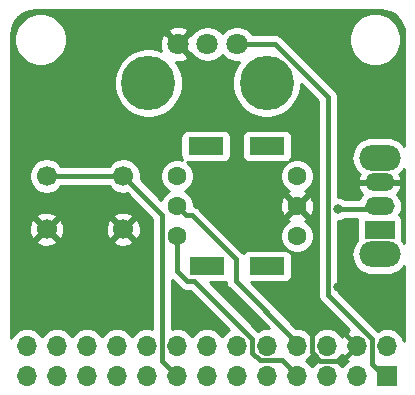
<source format=gbr>
G04 #@! TF.GenerationSoftware,KiCad,Pcbnew,(5.1.4)-1*
G04 #@! TF.CreationDate,2019-12-12T19:52:35+09:00*
G04 #@! TF.ProjectId,microcar_head,6d696372-6f63-4617-925f-686561642e6b,rev?*
G04 #@! TF.SameCoordinates,Original*
G04 #@! TF.FileFunction,Copper,L1,Top*
G04 #@! TF.FilePolarity,Positive*
%FSLAX46Y46*%
G04 Gerber Fmt 4.6, Leading zero omitted, Abs format (unit mm)*
G04 Created by KiCad (PCBNEW (5.1.4)-1) date 2019-12-12 19:52:35*
%MOMM*%
%LPD*%
G04 APERTURE LIST*
%ADD10O,1.700000X1.700000*%
%ADD11R,1.700000X1.700000*%
%ADD12C,1.700000*%
%ADD13C,1.600000*%
%ADD14R,3.000000X1.500000*%
%ADD15C,4.600000*%
%ADD16C,1.800000*%
%ADD17R,2.500000X1.500000*%
%ADD18O,2.500000X1.500000*%
%ADD19O,3.500000X2.200000*%
%ADD20C,0.800000*%
%ADD21C,0.400000*%
%ADD22C,0.254000*%
G04 APERTURE END LIST*
D10*
X20955000Y-49911000D03*
X20955000Y-52451000D03*
X23495000Y-49911000D03*
X23495000Y-52451000D03*
X26035000Y-49911000D03*
X26035000Y-52451000D03*
X28575000Y-49911000D03*
X28575000Y-52451000D03*
X31115000Y-49911000D03*
X31115000Y-52451000D03*
X33655000Y-49911000D03*
X33655000Y-52451000D03*
X36195000Y-49911000D03*
X36195000Y-52451000D03*
X38735000Y-49911000D03*
X38735000Y-52451000D03*
X41275000Y-49911000D03*
X41275000Y-52451000D03*
X43815000Y-49911000D03*
X43815000Y-52451000D03*
X46355000Y-49911000D03*
X46355000Y-52451000D03*
X48895000Y-49911000D03*
X48895000Y-52451000D03*
X51435000Y-49911000D03*
D11*
X51435000Y-52451000D03*
D12*
X22606000Y-35560000D03*
X29106000Y-35560000D03*
X22606000Y-40060000D03*
X29106000Y-40060000D03*
D13*
X33655000Y-38100000D03*
X33655000Y-40640000D03*
X33655000Y-35560000D03*
X43815000Y-35560000D03*
X43815000Y-38100000D03*
X43815000Y-40640000D03*
D14*
X41275000Y-43180000D03*
X36195000Y-43180000D03*
X36085000Y-33020000D03*
X41275000Y-33020000D03*
D15*
X41235000Y-27684000D03*
X31235000Y-27684000D03*
D16*
X38735000Y-24384000D03*
X36235000Y-24384000D03*
X33735000Y-24384000D03*
D17*
X50800000Y-40100000D03*
D18*
X50800000Y-38100000D03*
X50800000Y-36100000D03*
D19*
X50800000Y-42200000D03*
X50800000Y-34000000D03*
D20*
X33528000Y-48006000D03*
X36322000Y-48006000D03*
X45212000Y-48006000D03*
X38735000Y-38100000D03*
X37592000Y-26670000D03*
X50546000Y-48006000D03*
X47244000Y-44958000D03*
X51562000Y-30988000D03*
X36068000Y-30988000D03*
X25908000Y-37846000D03*
X40386000Y-48006000D03*
X34798000Y-26670000D03*
X47244000Y-38354000D03*
D21*
X46990000Y-48006000D02*
X45212000Y-48006000D01*
X48895000Y-49911000D02*
X46990000Y-48006000D01*
X45212000Y-48571685D02*
X45212000Y-48006000D01*
X45065001Y-48718684D02*
X45212000Y-48571685D01*
X45065001Y-50471003D02*
X45065001Y-48718684D01*
X45794997Y-51200999D02*
X45065001Y-50471003D01*
X48895000Y-49911000D02*
X47605001Y-51200999D01*
X47605001Y-51200999D02*
X45794997Y-51200999D01*
X51181000Y-52451000D02*
X51435000Y-52451000D01*
X41931002Y-24384000D02*
X46443999Y-28896997D01*
X38735000Y-24384000D02*
X41931002Y-24384000D01*
X46443999Y-28896997D02*
X46443999Y-45609997D01*
X46443999Y-45609997D02*
X50184999Y-49350997D01*
X50184999Y-49350997D02*
X50184999Y-51454999D01*
X50184999Y-51454999D02*
X51181000Y-52451000D01*
X34454999Y-38899999D02*
X33655000Y-38100000D01*
X34885001Y-38899999D02*
X34454999Y-38899999D01*
X38608000Y-42622998D02*
X34885001Y-38899999D01*
X38608000Y-44450000D02*
X38608000Y-42622998D01*
X43815000Y-49911000D02*
X43815000Y-49657000D01*
X43815000Y-49657000D02*
X38608000Y-44450000D01*
X34480007Y-44435009D02*
X33655000Y-43610002D01*
X42525001Y-51161001D02*
X40674999Y-51161001D01*
X33655000Y-41771370D02*
X33655000Y-40640000D01*
X43815000Y-52451000D02*
X42525001Y-51161001D01*
X40674999Y-51161001D02*
X40024999Y-50511001D01*
X33655000Y-43610002D02*
X33655000Y-41771370D01*
X40024999Y-50511001D02*
X40024999Y-49350997D01*
X40024999Y-49350997D02*
X35109011Y-44435009D01*
X35109011Y-44435009D02*
X34480007Y-44435009D01*
X29106000Y-35560000D02*
X22606000Y-35560000D01*
X32404999Y-51200999D02*
X32404999Y-38858999D01*
X33655000Y-52451000D02*
X32404999Y-51200999D01*
X32404999Y-38858999D02*
X29955999Y-36409999D01*
X29955999Y-36409999D02*
X29106000Y-35560000D01*
X50546000Y-38354000D02*
X50800000Y-38100000D01*
X47244000Y-38354000D02*
X50546000Y-38354000D01*
D22*
G36*
X47699822Y-50792355D02*
G01*
X47894731Y-51008588D01*
X48123756Y-51179416D01*
X48065986Y-51210294D01*
X47839866Y-51395866D01*
X47654294Y-51621986D01*
X47625000Y-51676791D01*
X47595706Y-51621986D01*
X47410134Y-51395866D01*
X47184014Y-51210294D01*
X47129209Y-51181000D01*
X47184014Y-51151706D01*
X47410134Y-50966134D01*
X47595706Y-50740014D01*
X47630201Y-50675477D01*
X47699822Y-50792355D01*
X47699822Y-50792355D01*
G37*
X47699822Y-50792355D02*
X47894731Y-51008588D01*
X48123756Y-51179416D01*
X48065986Y-51210294D01*
X47839866Y-51395866D01*
X47654294Y-51621986D01*
X47625000Y-51676791D01*
X47595706Y-51621986D01*
X47410134Y-51395866D01*
X47184014Y-51210294D01*
X47129209Y-51181000D01*
X47184014Y-51151706D01*
X47410134Y-50966134D01*
X47595706Y-50740014D01*
X47630201Y-50675477D01*
X47699822Y-50792355D01*
G36*
X45114294Y-50740014D02*
G01*
X45299866Y-50966134D01*
X45525986Y-51151706D01*
X45580791Y-51181000D01*
X45525986Y-51210294D01*
X45299866Y-51395866D01*
X45114294Y-51621986D01*
X45085000Y-51676791D01*
X45055706Y-51621986D01*
X44870134Y-51395866D01*
X44644014Y-51210294D01*
X44589209Y-51181000D01*
X44644014Y-51151706D01*
X44870134Y-50966134D01*
X45055706Y-50740014D01*
X45085000Y-50685209D01*
X45114294Y-50740014D01*
X45114294Y-50740014D01*
G37*
X45114294Y-50740014D02*
X45299866Y-50966134D01*
X45525986Y-51151706D01*
X45580791Y-51181000D01*
X45525986Y-51210294D01*
X45299866Y-51395866D01*
X45114294Y-51621986D01*
X45085000Y-51676791D01*
X45055706Y-51621986D01*
X44870134Y-51395866D01*
X44644014Y-51210294D01*
X44589209Y-51181000D01*
X44644014Y-51151706D01*
X44870134Y-50966134D01*
X45055706Y-50740014D01*
X45085000Y-50685209D01*
X45114294Y-50740014D01*
G36*
X49022000Y-49784000D02*
G01*
X49042000Y-49784000D01*
X49042000Y-50038000D01*
X49022000Y-50038000D01*
X49022000Y-50058000D01*
X48768000Y-50058000D01*
X48768000Y-50038000D01*
X48748000Y-50038000D01*
X48748000Y-49784000D01*
X48768000Y-49784000D01*
X48768000Y-49764000D01*
X49022000Y-49764000D01*
X49022000Y-49784000D01*
X49022000Y-49784000D01*
G37*
X49022000Y-49784000D02*
X49042000Y-49784000D01*
X49042000Y-50038000D01*
X49022000Y-50038000D01*
X49022000Y-50058000D01*
X48768000Y-50058000D01*
X48768000Y-50038000D01*
X48748000Y-50038000D01*
X48748000Y-49784000D01*
X48768000Y-49784000D01*
X48768000Y-49764000D01*
X49022000Y-49764000D01*
X49022000Y-49784000D01*
G36*
X48924188Y-39225518D02*
G01*
X48911928Y-39350000D01*
X48911928Y-40850000D01*
X48923008Y-40962496D01*
X48917234Y-40967234D01*
X48700421Y-41231422D01*
X48539314Y-41532832D01*
X48440105Y-41859881D01*
X48406606Y-42200000D01*
X48440105Y-42540119D01*
X48539314Y-42867168D01*
X48700421Y-43168578D01*
X48917234Y-43432766D01*
X49181422Y-43649579D01*
X49482832Y-43810686D01*
X49809881Y-43909895D01*
X50064775Y-43935000D01*
X51535225Y-43935000D01*
X51790119Y-43909895D01*
X52117168Y-43810686D01*
X52418578Y-43649579D01*
X52682766Y-43432766D01*
X52883001Y-43188779D01*
X52883001Y-49568752D01*
X52813599Y-49339966D01*
X52675706Y-49081986D01*
X52490134Y-48855866D01*
X52264014Y-48670294D01*
X52006034Y-48532401D01*
X51726111Y-48447487D01*
X51507950Y-48426000D01*
X51362050Y-48426000D01*
X51143889Y-48447487D01*
X50863966Y-48532401D01*
X50657585Y-48642714D01*
X47278999Y-45264130D01*
X47278999Y-39389000D01*
X47345939Y-39389000D01*
X47545898Y-39349226D01*
X47734256Y-39271205D01*
X47857285Y-39189000D01*
X48935266Y-39189000D01*
X48924188Y-39225518D01*
X48924188Y-39225518D01*
G37*
X48924188Y-39225518D02*
X48911928Y-39350000D01*
X48911928Y-40850000D01*
X48923008Y-40962496D01*
X48917234Y-40967234D01*
X48700421Y-41231422D01*
X48539314Y-41532832D01*
X48440105Y-41859881D01*
X48406606Y-42200000D01*
X48440105Y-42540119D01*
X48539314Y-42867168D01*
X48700421Y-43168578D01*
X48917234Y-43432766D01*
X49181422Y-43649579D01*
X49482832Y-43810686D01*
X49809881Y-43909895D01*
X50064775Y-43935000D01*
X51535225Y-43935000D01*
X51790119Y-43909895D01*
X52117168Y-43810686D01*
X52418578Y-43649579D01*
X52682766Y-43432766D01*
X52883001Y-43188779D01*
X52883001Y-49568752D01*
X52813599Y-49339966D01*
X52675706Y-49081986D01*
X52490134Y-48855866D01*
X52264014Y-48670294D01*
X52006034Y-48532401D01*
X51726111Y-48447487D01*
X51507950Y-48426000D01*
X51362050Y-48426000D01*
X51143889Y-48447487D01*
X50863966Y-48532401D01*
X50657585Y-48642714D01*
X47278999Y-45264130D01*
X47278999Y-39389000D01*
X47345939Y-39389000D01*
X47545898Y-39349226D01*
X47734256Y-39271205D01*
X47857285Y-39189000D01*
X48935266Y-39189000D01*
X48924188Y-39225518D01*
G36*
X51306304Y-21579356D02*
G01*
X51671168Y-21689515D01*
X52007683Y-21868442D01*
X52303031Y-22109323D01*
X52545974Y-22402990D01*
X52727246Y-22738245D01*
X52839949Y-23102328D01*
X52883000Y-23511930D01*
X52883000Y-33011221D01*
X52682766Y-32767234D01*
X52418578Y-32550421D01*
X52117168Y-32389314D01*
X51790119Y-32290105D01*
X51535225Y-32265000D01*
X50064775Y-32265000D01*
X49809881Y-32290105D01*
X49482832Y-32389314D01*
X49181422Y-32550421D01*
X48917234Y-32767234D01*
X48700421Y-33031422D01*
X48539314Y-33332832D01*
X48440105Y-33659881D01*
X48406606Y-34000000D01*
X48440105Y-34340119D01*
X48539314Y-34667168D01*
X48700421Y-34968578D01*
X48917234Y-35232766D01*
X49109023Y-35390163D01*
X49077858Y-35436132D01*
X48971827Y-35687316D01*
X48957682Y-35758815D01*
X49080344Y-35973000D01*
X50673000Y-35973000D01*
X50673000Y-35953000D01*
X50927000Y-35953000D01*
X50927000Y-35973000D01*
X52519656Y-35973000D01*
X52642318Y-35758815D01*
X52628173Y-35687316D01*
X52522142Y-35436132D01*
X52490977Y-35390163D01*
X52682766Y-35232766D01*
X52883000Y-34988779D01*
X52883001Y-41211221D01*
X52682766Y-40967234D01*
X52676992Y-40962496D01*
X52688072Y-40850000D01*
X52688072Y-39350000D01*
X52675812Y-39225518D01*
X52639502Y-39105820D01*
X52580537Y-38995506D01*
X52501185Y-38898815D01*
X52461060Y-38865886D01*
X52585764Y-38632581D01*
X52664960Y-38371507D01*
X52691701Y-38100000D01*
X52664960Y-37828493D01*
X52585764Y-37567419D01*
X52457157Y-37326812D01*
X52284081Y-37115919D01*
X52260591Y-37096642D01*
X52369145Y-36989540D01*
X52522142Y-36763868D01*
X52628173Y-36512684D01*
X52642318Y-36441185D01*
X52519656Y-36227000D01*
X50927000Y-36227000D01*
X50927000Y-36247000D01*
X50673000Y-36247000D01*
X50673000Y-36227000D01*
X49080344Y-36227000D01*
X48957682Y-36441185D01*
X48971827Y-36512684D01*
X49077858Y-36763868D01*
X49230855Y-36989540D01*
X49339409Y-37096642D01*
X49315919Y-37115919D01*
X49142843Y-37326812D01*
X49040116Y-37519000D01*
X47857285Y-37519000D01*
X47734256Y-37436795D01*
X47545898Y-37358774D01*
X47345939Y-37319000D01*
X47278999Y-37319000D01*
X47278999Y-28938015D01*
X47283039Y-28896997D01*
X47266917Y-28733309D01*
X47219171Y-28575910D01*
X47200034Y-28540108D01*
X47141635Y-28430851D01*
X47037290Y-28303706D01*
X47005432Y-28277561D01*
X42550448Y-23822579D01*
X42524293Y-23790709D01*
X42514744Y-23782872D01*
X48184000Y-23782872D01*
X48184000Y-24223128D01*
X48269890Y-24654925D01*
X48438369Y-25061669D01*
X48682962Y-25427729D01*
X48994271Y-25739038D01*
X49360331Y-25983631D01*
X49767075Y-26152110D01*
X50198872Y-26238000D01*
X50639128Y-26238000D01*
X51070925Y-26152110D01*
X51477669Y-25983631D01*
X51843729Y-25739038D01*
X52155038Y-25427729D01*
X52399631Y-25061669D01*
X52568110Y-24654925D01*
X52654000Y-24223128D01*
X52654000Y-23782872D01*
X52568110Y-23351075D01*
X52399631Y-22944331D01*
X52155038Y-22578271D01*
X51843729Y-22266962D01*
X51477669Y-22022369D01*
X51070925Y-21853890D01*
X50639128Y-21768000D01*
X50198872Y-21768000D01*
X49767075Y-21853890D01*
X49360331Y-22022369D01*
X48994271Y-22266962D01*
X48682962Y-22578271D01*
X48438369Y-22944331D01*
X48269890Y-23351075D01*
X48184000Y-23782872D01*
X42514744Y-23782872D01*
X42397148Y-23686364D01*
X42252089Y-23608828D01*
X42094691Y-23561082D01*
X41972021Y-23549000D01*
X41972020Y-23549000D01*
X41931002Y-23544960D01*
X41889984Y-23549000D01*
X40023199Y-23549000D01*
X39927312Y-23405495D01*
X39713505Y-23191688D01*
X39462095Y-23023701D01*
X39182743Y-22907989D01*
X38886184Y-22849000D01*
X38583816Y-22849000D01*
X38287257Y-22907989D01*
X38007905Y-23023701D01*
X37756495Y-23191688D01*
X37542688Y-23405495D01*
X37485000Y-23491831D01*
X37427312Y-23405495D01*
X37213505Y-23191688D01*
X36962095Y-23023701D01*
X36682743Y-22907989D01*
X36386184Y-22849000D01*
X36083816Y-22849000D01*
X35787257Y-22907989D01*
X35507905Y-23023701D01*
X35256495Y-23191688D01*
X35042688Y-23405495D01*
X34947262Y-23548310D01*
X34799080Y-23499525D01*
X33914605Y-24384000D01*
X34799080Y-25268475D01*
X34947262Y-25219690D01*
X35042688Y-25362505D01*
X35256495Y-25576312D01*
X35507905Y-25744299D01*
X35787257Y-25860011D01*
X36083816Y-25919000D01*
X36386184Y-25919000D01*
X36682743Y-25860011D01*
X36962095Y-25744299D01*
X37213505Y-25576312D01*
X37427312Y-25362505D01*
X37485000Y-25276169D01*
X37542688Y-25362505D01*
X37756495Y-25576312D01*
X38007905Y-25744299D01*
X38287257Y-25860011D01*
X38583816Y-25919000D01*
X38884441Y-25919000D01*
X38634037Y-26293756D01*
X38412791Y-26827892D01*
X38300000Y-27394928D01*
X38300000Y-27973072D01*
X38412791Y-28540108D01*
X38634037Y-29074244D01*
X38955237Y-29554953D01*
X39364047Y-29963763D01*
X39844756Y-30284963D01*
X40378892Y-30506209D01*
X40945928Y-30619000D01*
X41524072Y-30619000D01*
X42091108Y-30506209D01*
X42625244Y-30284963D01*
X43105953Y-29963763D01*
X43514763Y-29554953D01*
X43835963Y-29074244D01*
X44057209Y-28540108D01*
X44170000Y-27973072D01*
X44170000Y-27803866D01*
X45608999Y-29242866D01*
X45609000Y-45568968D01*
X45604959Y-45609997D01*
X45621081Y-45773685D01*
X45668827Y-45931083D01*
X45668828Y-45931084D01*
X45746364Y-46076143D01*
X45850709Y-46203288D01*
X45882573Y-46229438D01*
X48239447Y-48586314D01*
X48128080Y-48639359D01*
X47894731Y-48813412D01*
X47699822Y-49029645D01*
X47630201Y-49146523D01*
X47595706Y-49081986D01*
X47410134Y-48855866D01*
X47184014Y-48670294D01*
X46926034Y-48532401D01*
X46646111Y-48447487D01*
X46427950Y-48426000D01*
X46282050Y-48426000D01*
X46063889Y-48447487D01*
X45783966Y-48532401D01*
X45525986Y-48670294D01*
X45299866Y-48855866D01*
X45114294Y-49081986D01*
X45085000Y-49136791D01*
X45055706Y-49081986D01*
X44870134Y-48855866D01*
X44644014Y-48670294D01*
X44386034Y-48532401D01*
X44106111Y-48447487D01*
X43887950Y-48426000D01*
X43764868Y-48426000D01*
X39906939Y-44568072D01*
X42775000Y-44568072D01*
X42899482Y-44555812D01*
X43019180Y-44519502D01*
X43129494Y-44460537D01*
X43226185Y-44381185D01*
X43305537Y-44284494D01*
X43364502Y-44174180D01*
X43400812Y-44054482D01*
X43413072Y-43930000D01*
X43413072Y-42430000D01*
X43400812Y-42305518D01*
X43364502Y-42185820D01*
X43305537Y-42075506D01*
X43226185Y-41978815D01*
X43153662Y-41919297D01*
X43396426Y-42019853D01*
X43673665Y-42075000D01*
X43956335Y-42075000D01*
X44233574Y-42019853D01*
X44494727Y-41911680D01*
X44729759Y-41754637D01*
X44929637Y-41554759D01*
X45086680Y-41319727D01*
X45194853Y-41058574D01*
X45250000Y-40781335D01*
X45250000Y-40498665D01*
X45194853Y-40221426D01*
X45086680Y-39960273D01*
X44929637Y-39725241D01*
X44729759Y-39525363D01*
X44495872Y-39369085D01*
X44556514Y-39336671D01*
X44628097Y-39092702D01*
X43815000Y-38279605D01*
X43001903Y-39092702D01*
X43073486Y-39336671D01*
X43137992Y-39367194D01*
X43135273Y-39368320D01*
X42900241Y-39525363D01*
X42700363Y-39725241D01*
X42543320Y-39960273D01*
X42435147Y-40221426D01*
X42380000Y-40498665D01*
X42380000Y-40781335D01*
X42435147Y-41058574D01*
X42543320Y-41319727D01*
X42700363Y-41554759D01*
X42900241Y-41754637D01*
X43066979Y-41866047D01*
X43019180Y-41840498D01*
X42899482Y-41804188D01*
X42775000Y-41791928D01*
X39775000Y-41791928D01*
X39650518Y-41804188D01*
X39530820Y-41840498D01*
X39420506Y-41899463D01*
X39323815Y-41978815D01*
X39244463Y-42075506D01*
X39242260Y-42079628D01*
X39227439Y-42061568D01*
X39227437Y-42061566D01*
X39201291Y-42029707D01*
X39169432Y-42003561D01*
X35504447Y-38338578D01*
X35478292Y-38306708D01*
X35351147Y-38202363D01*
X35291559Y-38170512D01*
X42374783Y-38170512D01*
X42416213Y-38450130D01*
X42511397Y-38716292D01*
X42578329Y-38841514D01*
X42822298Y-38913097D01*
X43635395Y-38100000D01*
X43994605Y-38100000D01*
X44807702Y-38913097D01*
X45051671Y-38841514D01*
X45172571Y-38586004D01*
X45241300Y-38311816D01*
X45255217Y-38029488D01*
X45213787Y-37749870D01*
X45118603Y-37483708D01*
X45051671Y-37358486D01*
X44807702Y-37286903D01*
X43994605Y-38100000D01*
X43635395Y-38100000D01*
X42822298Y-37286903D01*
X42578329Y-37358486D01*
X42457429Y-37613996D01*
X42388700Y-37888184D01*
X42374783Y-38170512D01*
X35291559Y-38170512D01*
X35206088Y-38124827D01*
X35090000Y-38089612D01*
X35090000Y-37958665D01*
X35034853Y-37681426D01*
X34926680Y-37420273D01*
X34769637Y-37185241D01*
X34569759Y-36985363D01*
X34337241Y-36830000D01*
X34569759Y-36674637D01*
X34769637Y-36474759D01*
X34926680Y-36239727D01*
X35034853Y-35978574D01*
X35090000Y-35701335D01*
X35090000Y-35418665D01*
X35034853Y-35141426D01*
X34926680Y-34880273D01*
X34769637Y-34645241D01*
X34569759Y-34445363D01*
X34501666Y-34399865D01*
X34585000Y-34408072D01*
X37585000Y-34408072D01*
X37709482Y-34395812D01*
X37829180Y-34359502D01*
X37939494Y-34300537D01*
X38036185Y-34221185D01*
X38115537Y-34124494D01*
X38174502Y-34014180D01*
X38210812Y-33894482D01*
X38223072Y-33770000D01*
X38223072Y-32270000D01*
X39136928Y-32270000D01*
X39136928Y-33770000D01*
X39149188Y-33894482D01*
X39185498Y-34014180D01*
X39244463Y-34124494D01*
X39323815Y-34221185D01*
X39420506Y-34300537D01*
X39530820Y-34359502D01*
X39650518Y-34395812D01*
X39775000Y-34408072D01*
X42775000Y-34408072D01*
X42899482Y-34395812D01*
X43019180Y-34359502D01*
X43066979Y-34333953D01*
X42900241Y-34445363D01*
X42700363Y-34645241D01*
X42543320Y-34880273D01*
X42435147Y-35141426D01*
X42380000Y-35418665D01*
X42380000Y-35701335D01*
X42435147Y-35978574D01*
X42543320Y-36239727D01*
X42700363Y-36474759D01*
X42900241Y-36674637D01*
X43134128Y-36830915D01*
X43073486Y-36863329D01*
X43001903Y-37107298D01*
X43815000Y-37920395D01*
X44628097Y-37107298D01*
X44556514Y-36863329D01*
X44492008Y-36832806D01*
X44494727Y-36831680D01*
X44729759Y-36674637D01*
X44929637Y-36474759D01*
X45086680Y-36239727D01*
X45194853Y-35978574D01*
X45250000Y-35701335D01*
X45250000Y-35418665D01*
X45194853Y-35141426D01*
X45086680Y-34880273D01*
X44929637Y-34645241D01*
X44729759Y-34445363D01*
X44494727Y-34288320D01*
X44233574Y-34180147D01*
X43956335Y-34125000D01*
X43673665Y-34125000D01*
X43396426Y-34180147D01*
X43153662Y-34280703D01*
X43226185Y-34221185D01*
X43305537Y-34124494D01*
X43364502Y-34014180D01*
X43400812Y-33894482D01*
X43413072Y-33770000D01*
X43413072Y-32270000D01*
X43400812Y-32145518D01*
X43364502Y-32025820D01*
X43305537Y-31915506D01*
X43226185Y-31818815D01*
X43129494Y-31739463D01*
X43019180Y-31680498D01*
X42899482Y-31644188D01*
X42775000Y-31631928D01*
X39775000Y-31631928D01*
X39650518Y-31644188D01*
X39530820Y-31680498D01*
X39420506Y-31739463D01*
X39323815Y-31818815D01*
X39244463Y-31915506D01*
X39185498Y-32025820D01*
X39149188Y-32145518D01*
X39136928Y-32270000D01*
X38223072Y-32270000D01*
X38210812Y-32145518D01*
X38174502Y-32025820D01*
X38115537Y-31915506D01*
X38036185Y-31818815D01*
X37939494Y-31739463D01*
X37829180Y-31680498D01*
X37709482Y-31644188D01*
X37585000Y-31631928D01*
X34585000Y-31631928D01*
X34460518Y-31644188D01*
X34340820Y-31680498D01*
X34230506Y-31739463D01*
X34133815Y-31818815D01*
X34054463Y-31915506D01*
X33995498Y-32025820D01*
X33959188Y-32145518D01*
X33946928Y-32270000D01*
X33946928Y-33770000D01*
X33959188Y-33894482D01*
X33995498Y-34014180D01*
X34054463Y-34124494D01*
X34113816Y-34196816D01*
X34073574Y-34180147D01*
X33796335Y-34125000D01*
X33513665Y-34125000D01*
X33236426Y-34180147D01*
X32975273Y-34288320D01*
X32740241Y-34445363D01*
X32540363Y-34645241D01*
X32383320Y-34880273D01*
X32275147Y-35141426D01*
X32220000Y-35418665D01*
X32220000Y-35701335D01*
X32275147Y-35978574D01*
X32383320Y-36239727D01*
X32540363Y-36474759D01*
X32740241Y-36674637D01*
X32972759Y-36830000D01*
X32740241Y-36985363D01*
X32540363Y-37185241D01*
X32383320Y-37420273D01*
X32314145Y-37587277D01*
X30575441Y-35848574D01*
X30575437Y-35848569D01*
X30564807Y-35837939D01*
X30591000Y-35706260D01*
X30591000Y-35413740D01*
X30533932Y-35126842D01*
X30421990Y-34856589D01*
X30259475Y-34613368D01*
X30052632Y-34406525D01*
X29809411Y-34244010D01*
X29539158Y-34132068D01*
X29252260Y-34075000D01*
X28959740Y-34075000D01*
X28672842Y-34132068D01*
X28402589Y-34244010D01*
X28159368Y-34406525D01*
X27952525Y-34613368D01*
X27877935Y-34725000D01*
X23834065Y-34725000D01*
X23759475Y-34613368D01*
X23552632Y-34406525D01*
X23309411Y-34244010D01*
X23039158Y-34132068D01*
X22752260Y-34075000D01*
X22459740Y-34075000D01*
X22172842Y-34132068D01*
X21902589Y-34244010D01*
X21659368Y-34406525D01*
X21452525Y-34613368D01*
X21290010Y-34856589D01*
X21178068Y-35126842D01*
X21121000Y-35413740D01*
X21121000Y-35706260D01*
X21178068Y-35993158D01*
X21290010Y-36263411D01*
X21452525Y-36506632D01*
X21659368Y-36713475D01*
X21902589Y-36875990D01*
X22172842Y-36987932D01*
X22459740Y-37045000D01*
X22752260Y-37045000D01*
X23039158Y-36987932D01*
X23309411Y-36875990D01*
X23552632Y-36713475D01*
X23759475Y-36506632D01*
X23834065Y-36395000D01*
X27877935Y-36395000D01*
X27952525Y-36506632D01*
X28159368Y-36713475D01*
X28402589Y-36875990D01*
X28672842Y-36987932D01*
X28959740Y-37045000D01*
X29252260Y-37045000D01*
X29383939Y-37018807D01*
X29394569Y-37029437D01*
X29394574Y-37029441D01*
X31570000Y-39204868D01*
X31569999Y-48497202D01*
X31406111Y-48447487D01*
X31187950Y-48426000D01*
X31042050Y-48426000D01*
X30823889Y-48447487D01*
X30543966Y-48532401D01*
X30285986Y-48670294D01*
X30059866Y-48855866D01*
X29874294Y-49081986D01*
X29845000Y-49136791D01*
X29815706Y-49081986D01*
X29630134Y-48855866D01*
X29404014Y-48670294D01*
X29146034Y-48532401D01*
X28866111Y-48447487D01*
X28647950Y-48426000D01*
X28502050Y-48426000D01*
X28283889Y-48447487D01*
X28003966Y-48532401D01*
X27745986Y-48670294D01*
X27519866Y-48855866D01*
X27334294Y-49081986D01*
X27305000Y-49136791D01*
X27275706Y-49081986D01*
X27090134Y-48855866D01*
X26864014Y-48670294D01*
X26606034Y-48532401D01*
X26326111Y-48447487D01*
X26107950Y-48426000D01*
X25962050Y-48426000D01*
X25743889Y-48447487D01*
X25463966Y-48532401D01*
X25205986Y-48670294D01*
X24979866Y-48855866D01*
X24794294Y-49081986D01*
X24765000Y-49136791D01*
X24735706Y-49081986D01*
X24550134Y-48855866D01*
X24324014Y-48670294D01*
X24066034Y-48532401D01*
X23786111Y-48447487D01*
X23567950Y-48426000D01*
X23422050Y-48426000D01*
X23203889Y-48447487D01*
X22923966Y-48532401D01*
X22665986Y-48670294D01*
X22439866Y-48855866D01*
X22254294Y-49081986D01*
X22225000Y-49136791D01*
X22195706Y-49081986D01*
X22010134Y-48855866D01*
X21784014Y-48670294D01*
X21526034Y-48532401D01*
X21246111Y-48447487D01*
X21027950Y-48426000D01*
X20882050Y-48426000D01*
X20663889Y-48447487D01*
X20383966Y-48532401D01*
X20125986Y-48670294D01*
X19899866Y-48855866D01*
X19714294Y-49081986D01*
X19634000Y-49232206D01*
X19634000Y-41088397D01*
X21757208Y-41088397D01*
X21834843Y-41337472D01*
X22098883Y-41463371D01*
X22382411Y-41535339D01*
X22674531Y-41550611D01*
X22964019Y-41508599D01*
X23239747Y-41410919D01*
X23377157Y-41337472D01*
X23454792Y-41088397D01*
X28257208Y-41088397D01*
X28334843Y-41337472D01*
X28598883Y-41463371D01*
X28882411Y-41535339D01*
X29174531Y-41550611D01*
X29464019Y-41508599D01*
X29739747Y-41410919D01*
X29877157Y-41337472D01*
X29954792Y-41088397D01*
X29106000Y-40239605D01*
X28257208Y-41088397D01*
X23454792Y-41088397D01*
X22606000Y-40239605D01*
X21757208Y-41088397D01*
X19634000Y-41088397D01*
X19634000Y-40128531D01*
X21115389Y-40128531D01*
X21157401Y-40418019D01*
X21255081Y-40693747D01*
X21328528Y-40831157D01*
X21577603Y-40908792D01*
X22426395Y-40060000D01*
X22785605Y-40060000D01*
X23634397Y-40908792D01*
X23883472Y-40831157D01*
X24009371Y-40567117D01*
X24081339Y-40283589D01*
X24089445Y-40128531D01*
X27615389Y-40128531D01*
X27657401Y-40418019D01*
X27755081Y-40693747D01*
X27828528Y-40831157D01*
X28077603Y-40908792D01*
X28926395Y-40060000D01*
X29285605Y-40060000D01*
X30134397Y-40908792D01*
X30383472Y-40831157D01*
X30509371Y-40567117D01*
X30581339Y-40283589D01*
X30596611Y-39991469D01*
X30554599Y-39701981D01*
X30456919Y-39426253D01*
X30383472Y-39288843D01*
X30134397Y-39211208D01*
X29285605Y-40060000D01*
X28926395Y-40060000D01*
X28077603Y-39211208D01*
X27828528Y-39288843D01*
X27702629Y-39552883D01*
X27630661Y-39836411D01*
X27615389Y-40128531D01*
X24089445Y-40128531D01*
X24096611Y-39991469D01*
X24054599Y-39701981D01*
X23956919Y-39426253D01*
X23883472Y-39288843D01*
X23634397Y-39211208D01*
X22785605Y-40060000D01*
X22426395Y-40060000D01*
X21577603Y-39211208D01*
X21328528Y-39288843D01*
X21202629Y-39552883D01*
X21130661Y-39836411D01*
X21115389Y-40128531D01*
X19634000Y-40128531D01*
X19634000Y-39031603D01*
X21757208Y-39031603D01*
X22606000Y-39880395D01*
X23454792Y-39031603D01*
X28257208Y-39031603D01*
X29106000Y-39880395D01*
X29954792Y-39031603D01*
X29877157Y-38782528D01*
X29613117Y-38656629D01*
X29329589Y-38584661D01*
X29037469Y-38569389D01*
X28747981Y-38611401D01*
X28472253Y-38709081D01*
X28334843Y-38782528D01*
X28257208Y-39031603D01*
X23454792Y-39031603D01*
X23377157Y-38782528D01*
X23113117Y-38656629D01*
X22829589Y-38584661D01*
X22537469Y-38569389D01*
X22247981Y-38611401D01*
X21972253Y-38709081D01*
X21834843Y-38782528D01*
X21757208Y-39031603D01*
X19634000Y-39031603D01*
X19634000Y-27394928D01*
X28300000Y-27394928D01*
X28300000Y-27973072D01*
X28412791Y-28540108D01*
X28634037Y-29074244D01*
X28955237Y-29554953D01*
X29364047Y-29963763D01*
X29844756Y-30284963D01*
X30378892Y-30506209D01*
X30945928Y-30619000D01*
X31524072Y-30619000D01*
X32091108Y-30506209D01*
X32625244Y-30284963D01*
X33105953Y-29963763D01*
X33514763Y-29554953D01*
X33835963Y-29074244D01*
X34057209Y-28540108D01*
X34170000Y-27973072D01*
X34170000Y-27394928D01*
X34057209Y-26827892D01*
X33835963Y-26293756D01*
X33581463Y-25912871D01*
X33801553Y-25924991D01*
X34100907Y-25882397D01*
X34386199Y-25782222D01*
X34535792Y-25702261D01*
X34619475Y-25448080D01*
X33735000Y-24563605D01*
X33720858Y-24577748D01*
X33541253Y-24398143D01*
X33555395Y-24384000D01*
X32670920Y-23499525D01*
X32416739Y-23583208D01*
X32285842Y-23855775D01*
X32210635Y-24148642D01*
X32194009Y-24450553D01*
X32236603Y-24749907D01*
X32307338Y-24951356D01*
X32091108Y-24861791D01*
X31524072Y-24749000D01*
X30945928Y-24749000D01*
X30378892Y-24861791D01*
X29844756Y-25083037D01*
X29364047Y-25404237D01*
X28955237Y-25813047D01*
X28634037Y-26293756D01*
X28412791Y-26827892D01*
X28300000Y-27394928D01*
X19634000Y-27394928D01*
X19634000Y-23782872D01*
X19863000Y-23782872D01*
X19863000Y-24223128D01*
X19948890Y-24654925D01*
X20117369Y-25061669D01*
X20361962Y-25427729D01*
X20673271Y-25739038D01*
X21039331Y-25983631D01*
X21446075Y-26152110D01*
X21877872Y-26238000D01*
X22318128Y-26238000D01*
X22749925Y-26152110D01*
X23156669Y-25983631D01*
X23522729Y-25739038D01*
X23834038Y-25427729D01*
X24078631Y-25061669D01*
X24247110Y-24654925D01*
X24333000Y-24223128D01*
X24333000Y-23782872D01*
X24247110Y-23351075D01*
X24234206Y-23319920D01*
X32850525Y-23319920D01*
X33735000Y-24204395D01*
X34619475Y-23319920D01*
X34535792Y-23065739D01*
X34263225Y-22934842D01*
X33970358Y-22859635D01*
X33668447Y-22843009D01*
X33369093Y-22885603D01*
X33083801Y-22985778D01*
X32934208Y-23065739D01*
X32850525Y-23319920D01*
X24234206Y-23319920D01*
X24078631Y-22944331D01*
X23834038Y-22578271D01*
X23522729Y-22266962D01*
X23156669Y-22022369D01*
X22749925Y-21853890D01*
X22318128Y-21768000D01*
X21877872Y-21768000D01*
X21446075Y-21853890D01*
X21039331Y-22022369D01*
X20673271Y-22266962D01*
X20361962Y-22578271D01*
X20117369Y-22944331D01*
X19948890Y-23351075D01*
X19863000Y-23782872D01*
X19634000Y-23782872D01*
X19634000Y-23527278D01*
X19674356Y-23115696D01*
X19784515Y-22750832D01*
X19963442Y-22414317D01*
X20204323Y-22118969D01*
X20497990Y-21876026D01*
X20833245Y-21694754D01*
X21197328Y-21582051D01*
X21606930Y-21539000D01*
X50894722Y-21539000D01*
X51306304Y-21579356D01*
X51306304Y-21579356D01*
G37*
X51306304Y-21579356D02*
X51671168Y-21689515D01*
X52007683Y-21868442D01*
X52303031Y-22109323D01*
X52545974Y-22402990D01*
X52727246Y-22738245D01*
X52839949Y-23102328D01*
X52883000Y-23511930D01*
X52883000Y-33011221D01*
X52682766Y-32767234D01*
X52418578Y-32550421D01*
X52117168Y-32389314D01*
X51790119Y-32290105D01*
X51535225Y-32265000D01*
X50064775Y-32265000D01*
X49809881Y-32290105D01*
X49482832Y-32389314D01*
X49181422Y-32550421D01*
X48917234Y-32767234D01*
X48700421Y-33031422D01*
X48539314Y-33332832D01*
X48440105Y-33659881D01*
X48406606Y-34000000D01*
X48440105Y-34340119D01*
X48539314Y-34667168D01*
X48700421Y-34968578D01*
X48917234Y-35232766D01*
X49109023Y-35390163D01*
X49077858Y-35436132D01*
X48971827Y-35687316D01*
X48957682Y-35758815D01*
X49080344Y-35973000D01*
X50673000Y-35973000D01*
X50673000Y-35953000D01*
X50927000Y-35953000D01*
X50927000Y-35973000D01*
X52519656Y-35973000D01*
X52642318Y-35758815D01*
X52628173Y-35687316D01*
X52522142Y-35436132D01*
X52490977Y-35390163D01*
X52682766Y-35232766D01*
X52883000Y-34988779D01*
X52883001Y-41211221D01*
X52682766Y-40967234D01*
X52676992Y-40962496D01*
X52688072Y-40850000D01*
X52688072Y-39350000D01*
X52675812Y-39225518D01*
X52639502Y-39105820D01*
X52580537Y-38995506D01*
X52501185Y-38898815D01*
X52461060Y-38865886D01*
X52585764Y-38632581D01*
X52664960Y-38371507D01*
X52691701Y-38100000D01*
X52664960Y-37828493D01*
X52585764Y-37567419D01*
X52457157Y-37326812D01*
X52284081Y-37115919D01*
X52260591Y-37096642D01*
X52369145Y-36989540D01*
X52522142Y-36763868D01*
X52628173Y-36512684D01*
X52642318Y-36441185D01*
X52519656Y-36227000D01*
X50927000Y-36227000D01*
X50927000Y-36247000D01*
X50673000Y-36247000D01*
X50673000Y-36227000D01*
X49080344Y-36227000D01*
X48957682Y-36441185D01*
X48971827Y-36512684D01*
X49077858Y-36763868D01*
X49230855Y-36989540D01*
X49339409Y-37096642D01*
X49315919Y-37115919D01*
X49142843Y-37326812D01*
X49040116Y-37519000D01*
X47857285Y-37519000D01*
X47734256Y-37436795D01*
X47545898Y-37358774D01*
X47345939Y-37319000D01*
X47278999Y-37319000D01*
X47278999Y-28938015D01*
X47283039Y-28896997D01*
X47266917Y-28733309D01*
X47219171Y-28575910D01*
X47200034Y-28540108D01*
X47141635Y-28430851D01*
X47037290Y-28303706D01*
X47005432Y-28277561D01*
X42550448Y-23822579D01*
X42524293Y-23790709D01*
X42514744Y-23782872D01*
X48184000Y-23782872D01*
X48184000Y-24223128D01*
X48269890Y-24654925D01*
X48438369Y-25061669D01*
X48682962Y-25427729D01*
X48994271Y-25739038D01*
X49360331Y-25983631D01*
X49767075Y-26152110D01*
X50198872Y-26238000D01*
X50639128Y-26238000D01*
X51070925Y-26152110D01*
X51477669Y-25983631D01*
X51843729Y-25739038D01*
X52155038Y-25427729D01*
X52399631Y-25061669D01*
X52568110Y-24654925D01*
X52654000Y-24223128D01*
X52654000Y-23782872D01*
X52568110Y-23351075D01*
X52399631Y-22944331D01*
X52155038Y-22578271D01*
X51843729Y-22266962D01*
X51477669Y-22022369D01*
X51070925Y-21853890D01*
X50639128Y-21768000D01*
X50198872Y-21768000D01*
X49767075Y-21853890D01*
X49360331Y-22022369D01*
X48994271Y-22266962D01*
X48682962Y-22578271D01*
X48438369Y-22944331D01*
X48269890Y-23351075D01*
X48184000Y-23782872D01*
X42514744Y-23782872D01*
X42397148Y-23686364D01*
X42252089Y-23608828D01*
X42094691Y-23561082D01*
X41972021Y-23549000D01*
X41972020Y-23549000D01*
X41931002Y-23544960D01*
X41889984Y-23549000D01*
X40023199Y-23549000D01*
X39927312Y-23405495D01*
X39713505Y-23191688D01*
X39462095Y-23023701D01*
X39182743Y-22907989D01*
X38886184Y-22849000D01*
X38583816Y-22849000D01*
X38287257Y-22907989D01*
X38007905Y-23023701D01*
X37756495Y-23191688D01*
X37542688Y-23405495D01*
X37485000Y-23491831D01*
X37427312Y-23405495D01*
X37213505Y-23191688D01*
X36962095Y-23023701D01*
X36682743Y-22907989D01*
X36386184Y-22849000D01*
X36083816Y-22849000D01*
X35787257Y-22907989D01*
X35507905Y-23023701D01*
X35256495Y-23191688D01*
X35042688Y-23405495D01*
X34947262Y-23548310D01*
X34799080Y-23499525D01*
X33914605Y-24384000D01*
X34799080Y-25268475D01*
X34947262Y-25219690D01*
X35042688Y-25362505D01*
X35256495Y-25576312D01*
X35507905Y-25744299D01*
X35787257Y-25860011D01*
X36083816Y-25919000D01*
X36386184Y-25919000D01*
X36682743Y-25860011D01*
X36962095Y-25744299D01*
X37213505Y-25576312D01*
X37427312Y-25362505D01*
X37485000Y-25276169D01*
X37542688Y-25362505D01*
X37756495Y-25576312D01*
X38007905Y-25744299D01*
X38287257Y-25860011D01*
X38583816Y-25919000D01*
X38884441Y-25919000D01*
X38634037Y-26293756D01*
X38412791Y-26827892D01*
X38300000Y-27394928D01*
X38300000Y-27973072D01*
X38412791Y-28540108D01*
X38634037Y-29074244D01*
X38955237Y-29554953D01*
X39364047Y-29963763D01*
X39844756Y-30284963D01*
X40378892Y-30506209D01*
X40945928Y-30619000D01*
X41524072Y-30619000D01*
X42091108Y-30506209D01*
X42625244Y-30284963D01*
X43105953Y-29963763D01*
X43514763Y-29554953D01*
X43835963Y-29074244D01*
X44057209Y-28540108D01*
X44170000Y-27973072D01*
X44170000Y-27803866D01*
X45608999Y-29242866D01*
X45609000Y-45568968D01*
X45604959Y-45609997D01*
X45621081Y-45773685D01*
X45668827Y-45931083D01*
X45668828Y-45931084D01*
X45746364Y-46076143D01*
X45850709Y-46203288D01*
X45882573Y-46229438D01*
X48239447Y-48586314D01*
X48128080Y-48639359D01*
X47894731Y-48813412D01*
X47699822Y-49029645D01*
X47630201Y-49146523D01*
X47595706Y-49081986D01*
X47410134Y-48855866D01*
X47184014Y-48670294D01*
X46926034Y-48532401D01*
X46646111Y-48447487D01*
X46427950Y-48426000D01*
X46282050Y-48426000D01*
X46063889Y-48447487D01*
X45783966Y-48532401D01*
X45525986Y-48670294D01*
X45299866Y-48855866D01*
X45114294Y-49081986D01*
X45085000Y-49136791D01*
X45055706Y-49081986D01*
X44870134Y-48855866D01*
X44644014Y-48670294D01*
X44386034Y-48532401D01*
X44106111Y-48447487D01*
X43887950Y-48426000D01*
X43764868Y-48426000D01*
X39906939Y-44568072D01*
X42775000Y-44568072D01*
X42899482Y-44555812D01*
X43019180Y-44519502D01*
X43129494Y-44460537D01*
X43226185Y-44381185D01*
X43305537Y-44284494D01*
X43364502Y-44174180D01*
X43400812Y-44054482D01*
X43413072Y-43930000D01*
X43413072Y-42430000D01*
X43400812Y-42305518D01*
X43364502Y-42185820D01*
X43305537Y-42075506D01*
X43226185Y-41978815D01*
X43153662Y-41919297D01*
X43396426Y-42019853D01*
X43673665Y-42075000D01*
X43956335Y-42075000D01*
X44233574Y-42019853D01*
X44494727Y-41911680D01*
X44729759Y-41754637D01*
X44929637Y-41554759D01*
X45086680Y-41319727D01*
X45194853Y-41058574D01*
X45250000Y-40781335D01*
X45250000Y-40498665D01*
X45194853Y-40221426D01*
X45086680Y-39960273D01*
X44929637Y-39725241D01*
X44729759Y-39525363D01*
X44495872Y-39369085D01*
X44556514Y-39336671D01*
X44628097Y-39092702D01*
X43815000Y-38279605D01*
X43001903Y-39092702D01*
X43073486Y-39336671D01*
X43137992Y-39367194D01*
X43135273Y-39368320D01*
X42900241Y-39525363D01*
X42700363Y-39725241D01*
X42543320Y-39960273D01*
X42435147Y-40221426D01*
X42380000Y-40498665D01*
X42380000Y-40781335D01*
X42435147Y-41058574D01*
X42543320Y-41319727D01*
X42700363Y-41554759D01*
X42900241Y-41754637D01*
X43066979Y-41866047D01*
X43019180Y-41840498D01*
X42899482Y-41804188D01*
X42775000Y-41791928D01*
X39775000Y-41791928D01*
X39650518Y-41804188D01*
X39530820Y-41840498D01*
X39420506Y-41899463D01*
X39323815Y-41978815D01*
X39244463Y-42075506D01*
X39242260Y-42079628D01*
X39227439Y-42061568D01*
X39227437Y-42061566D01*
X39201291Y-42029707D01*
X39169432Y-42003561D01*
X35504447Y-38338578D01*
X35478292Y-38306708D01*
X35351147Y-38202363D01*
X35291559Y-38170512D01*
X42374783Y-38170512D01*
X42416213Y-38450130D01*
X42511397Y-38716292D01*
X42578329Y-38841514D01*
X42822298Y-38913097D01*
X43635395Y-38100000D01*
X43994605Y-38100000D01*
X44807702Y-38913097D01*
X45051671Y-38841514D01*
X45172571Y-38586004D01*
X45241300Y-38311816D01*
X45255217Y-38029488D01*
X45213787Y-37749870D01*
X45118603Y-37483708D01*
X45051671Y-37358486D01*
X44807702Y-37286903D01*
X43994605Y-38100000D01*
X43635395Y-38100000D01*
X42822298Y-37286903D01*
X42578329Y-37358486D01*
X42457429Y-37613996D01*
X42388700Y-37888184D01*
X42374783Y-38170512D01*
X35291559Y-38170512D01*
X35206088Y-38124827D01*
X35090000Y-38089612D01*
X35090000Y-37958665D01*
X35034853Y-37681426D01*
X34926680Y-37420273D01*
X34769637Y-37185241D01*
X34569759Y-36985363D01*
X34337241Y-36830000D01*
X34569759Y-36674637D01*
X34769637Y-36474759D01*
X34926680Y-36239727D01*
X35034853Y-35978574D01*
X35090000Y-35701335D01*
X35090000Y-35418665D01*
X35034853Y-35141426D01*
X34926680Y-34880273D01*
X34769637Y-34645241D01*
X34569759Y-34445363D01*
X34501666Y-34399865D01*
X34585000Y-34408072D01*
X37585000Y-34408072D01*
X37709482Y-34395812D01*
X37829180Y-34359502D01*
X37939494Y-34300537D01*
X38036185Y-34221185D01*
X38115537Y-34124494D01*
X38174502Y-34014180D01*
X38210812Y-33894482D01*
X38223072Y-33770000D01*
X38223072Y-32270000D01*
X39136928Y-32270000D01*
X39136928Y-33770000D01*
X39149188Y-33894482D01*
X39185498Y-34014180D01*
X39244463Y-34124494D01*
X39323815Y-34221185D01*
X39420506Y-34300537D01*
X39530820Y-34359502D01*
X39650518Y-34395812D01*
X39775000Y-34408072D01*
X42775000Y-34408072D01*
X42899482Y-34395812D01*
X43019180Y-34359502D01*
X43066979Y-34333953D01*
X42900241Y-34445363D01*
X42700363Y-34645241D01*
X42543320Y-34880273D01*
X42435147Y-35141426D01*
X42380000Y-35418665D01*
X42380000Y-35701335D01*
X42435147Y-35978574D01*
X42543320Y-36239727D01*
X42700363Y-36474759D01*
X42900241Y-36674637D01*
X43134128Y-36830915D01*
X43073486Y-36863329D01*
X43001903Y-37107298D01*
X43815000Y-37920395D01*
X44628097Y-37107298D01*
X44556514Y-36863329D01*
X44492008Y-36832806D01*
X44494727Y-36831680D01*
X44729759Y-36674637D01*
X44929637Y-36474759D01*
X45086680Y-36239727D01*
X45194853Y-35978574D01*
X45250000Y-35701335D01*
X45250000Y-35418665D01*
X45194853Y-35141426D01*
X45086680Y-34880273D01*
X44929637Y-34645241D01*
X44729759Y-34445363D01*
X44494727Y-34288320D01*
X44233574Y-34180147D01*
X43956335Y-34125000D01*
X43673665Y-34125000D01*
X43396426Y-34180147D01*
X43153662Y-34280703D01*
X43226185Y-34221185D01*
X43305537Y-34124494D01*
X43364502Y-34014180D01*
X43400812Y-33894482D01*
X43413072Y-33770000D01*
X43413072Y-32270000D01*
X43400812Y-32145518D01*
X43364502Y-32025820D01*
X43305537Y-31915506D01*
X43226185Y-31818815D01*
X43129494Y-31739463D01*
X43019180Y-31680498D01*
X42899482Y-31644188D01*
X42775000Y-31631928D01*
X39775000Y-31631928D01*
X39650518Y-31644188D01*
X39530820Y-31680498D01*
X39420506Y-31739463D01*
X39323815Y-31818815D01*
X39244463Y-31915506D01*
X39185498Y-32025820D01*
X39149188Y-32145518D01*
X39136928Y-32270000D01*
X38223072Y-32270000D01*
X38210812Y-32145518D01*
X38174502Y-32025820D01*
X38115537Y-31915506D01*
X38036185Y-31818815D01*
X37939494Y-31739463D01*
X37829180Y-31680498D01*
X37709482Y-31644188D01*
X37585000Y-31631928D01*
X34585000Y-31631928D01*
X34460518Y-31644188D01*
X34340820Y-31680498D01*
X34230506Y-31739463D01*
X34133815Y-31818815D01*
X34054463Y-31915506D01*
X33995498Y-32025820D01*
X33959188Y-32145518D01*
X33946928Y-32270000D01*
X33946928Y-33770000D01*
X33959188Y-33894482D01*
X33995498Y-34014180D01*
X34054463Y-34124494D01*
X34113816Y-34196816D01*
X34073574Y-34180147D01*
X33796335Y-34125000D01*
X33513665Y-34125000D01*
X33236426Y-34180147D01*
X32975273Y-34288320D01*
X32740241Y-34445363D01*
X32540363Y-34645241D01*
X32383320Y-34880273D01*
X32275147Y-35141426D01*
X32220000Y-35418665D01*
X32220000Y-35701335D01*
X32275147Y-35978574D01*
X32383320Y-36239727D01*
X32540363Y-36474759D01*
X32740241Y-36674637D01*
X32972759Y-36830000D01*
X32740241Y-36985363D01*
X32540363Y-37185241D01*
X32383320Y-37420273D01*
X32314145Y-37587277D01*
X30575441Y-35848574D01*
X30575437Y-35848569D01*
X30564807Y-35837939D01*
X30591000Y-35706260D01*
X30591000Y-35413740D01*
X30533932Y-35126842D01*
X30421990Y-34856589D01*
X30259475Y-34613368D01*
X30052632Y-34406525D01*
X29809411Y-34244010D01*
X29539158Y-34132068D01*
X29252260Y-34075000D01*
X28959740Y-34075000D01*
X28672842Y-34132068D01*
X28402589Y-34244010D01*
X28159368Y-34406525D01*
X27952525Y-34613368D01*
X27877935Y-34725000D01*
X23834065Y-34725000D01*
X23759475Y-34613368D01*
X23552632Y-34406525D01*
X23309411Y-34244010D01*
X23039158Y-34132068D01*
X22752260Y-34075000D01*
X22459740Y-34075000D01*
X22172842Y-34132068D01*
X21902589Y-34244010D01*
X21659368Y-34406525D01*
X21452525Y-34613368D01*
X21290010Y-34856589D01*
X21178068Y-35126842D01*
X21121000Y-35413740D01*
X21121000Y-35706260D01*
X21178068Y-35993158D01*
X21290010Y-36263411D01*
X21452525Y-36506632D01*
X21659368Y-36713475D01*
X21902589Y-36875990D01*
X22172842Y-36987932D01*
X22459740Y-37045000D01*
X22752260Y-37045000D01*
X23039158Y-36987932D01*
X23309411Y-36875990D01*
X23552632Y-36713475D01*
X23759475Y-36506632D01*
X23834065Y-36395000D01*
X27877935Y-36395000D01*
X27952525Y-36506632D01*
X28159368Y-36713475D01*
X28402589Y-36875990D01*
X28672842Y-36987932D01*
X28959740Y-37045000D01*
X29252260Y-37045000D01*
X29383939Y-37018807D01*
X29394569Y-37029437D01*
X29394574Y-37029441D01*
X31570000Y-39204868D01*
X31569999Y-48497202D01*
X31406111Y-48447487D01*
X31187950Y-48426000D01*
X31042050Y-48426000D01*
X30823889Y-48447487D01*
X30543966Y-48532401D01*
X30285986Y-48670294D01*
X30059866Y-48855866D01*
X29874294Y-49081986D01*
X29845000Y-49136791D01*
X29815706Y-49081986D01*
X29630134Y-48855866D01*
X29404014Y-48670294D01*
X29146034Y-48532401D01*
X28866111Y-48447487D01*
X28647950Y-48426000D01*
X28502050Y-48426000D01*
X28283889Y-48447487D01*
X28003966Y-48532401D01*
X27745986Y-48670294D01*
X27519866Y-48855866D01*
X27334294Y-49081986D01*
X27305000Y-49136791D01*
X27275706Y-49081986D01*
X27090134Y-48855866D01*
X26864014Y-48670294D01*
X26606034Y-48532401D01*
X26326111Y-48447487D01*
X26107950Y-48426000D01*
X25962050Y-48426000D01*
X25743889Y-48447487D01*
X25463966Y-48532401D01*
X25205986Y-48670294D01*
X24979866Y-48855866D01*
X24794294Y-49081986D01*
X24765000Y-49136791D01*
X24735706Y-49081986D01*
X24550134Y-48855866D01*
X24324014Y-48670294D01*
X24066034Y-48532401D01*
X23786111Y-48447487D01*
X23567950Y-48426000D01*
X23422050Y-48426000D01*
X23203889Y-48447487D01*
X22923966Y-48532401D01*
X22665986Y-48670294D01*
X22439866Y-48855866D01*
X22254294Y-49081986D01*
X22225000Y-49136791D01*
X22195706Y-49081986D01*
X22010134Y-48855866D01*
X21784014Y-48670294D01*
X21526034Y-48532401D01*
X21246111Y-48447487D01*
X21027950Y-48426000D01*
X20882050Y-48426000D01*
X20663889Y-48447487D01*
X20383966Y-48532401D01*
X20125986Y-48670294D01*
X19899866Y-48855866D01*
X19714294Y-49081986D01*
X19634000Y-49232206D01*
X19634000Y-41088397D01*
X21757208Y-41088397D01*
X21834843Y-41337472D01*
X22098883Y-41463371D01*
X22382411Y-41535339D01*
X22674531Y-41550611D01*
X22964019Y-41508599D01*
X23239747Y-41410919D01*
X23377157Y-41337472D01*
X23454792Y-41088397D01*
X28257208Y-41088397D01*
X28334843Y-41337472D01*
X28598883Y-41463371D01*
X28882411Y-41535339D01*
X29174531Y-41550611D01*
X29464019Y-41508599D01*
X29739747Y-41410919D01*
X29877157Y-41337472D01*
X29954792Y-41088397D01*
X29106000Y-40239605D01*
X28257208Y-41088397D01*
X23454792Y-41088397D01*
X22606000Y-40239605D01*
X21757208Y-41088397D01*
X19634000Y-41088397D01*
X19634000Y-40128531D01*
X21115389Y-40128531D01*
X21157401Y-40418019D01*
X21255081Y-40693747D01*
X21328528Y-40831157D01*
X21577603Y-40908792D01*
X22426395Y-40060000D01*
X22785605Y-40060000D01*
X23634397Y-40908792D01*
X23883472Y-40831157D01*
X24009371Y-40567117D01*
X24081339Y-40283589D01*
X24089445Y-40128531D01*
X27615389Y-40128531D01*
X27657401Y-40418019D01*
X27755081Y-40693747D01*
X27828528Y-40831157D01*
X28077603Y-40908792D01*
X28926395Y-40060000D01*
X29285605Y-40060000D01*
X30134397Y-40908792D01*
X30383472Y-40831157D01*
X30509371Y-40567117D01*
X30581339Y-40283589D01*
X30596611Y-39991469D01*
X30554599Y-39701981D01*
X30456919Y-39426253D01*
X30383472Y-39288843D01*
X30134397Y-39211208D01*
X29285605Y-40060000D01*
X28926395Y-40060000D01*
X28077603Y-39211208D01*
X27828528Y-39288843D01*
X27702629Y-39552883D01*
X27630661Y-39836411D01*
X27615389Y-40128531D01*
X24089445Y-40128531D01*
X24096611Y-39991469D01*
X24054599Y-39701981D01*
X23956919Y-39426253D01*
X23883472Y-39288843D01*
X23634397Y-39211208D01*
X22785605Y-40060000D01*
X22426395Y-40060000D01*
X21577603Y-39211208D01*
X21328528Y-39288843D01*
X21202629Y-39552883D01*
X21130661Y-39836411D01*
X21115389Y-40128531D01*
X19634000Y-40128531D01*
X19634000Y-39031603D01*
X21757208Y-39031603D01*
X22606000Y-39880395D01*
X23454792Y-39031603D01*
X28257208Y-39031603D01*
X29106000Y-39880395D01*
X29954792Y-39031603D01*
X29877157Y-38782528D01*
X29613117Y-38656629D01*
X29329589Y-38584661D01*
X29037469Y-38569389D01*
X28747981Y-38611401D01*
X28472253Y-38709081D01*
X28334843Y-38782528D01*
X28257208Y-39031603D01*
X23454792Y-39031603D01*
X23377157Y-38782528D01*
X23113117Y-38656629D01*
X22829589Y-38584661D01*
X22537469Y-38569389D01*
X22247981Y-38611401D01*
X21972253Y-38709081D01*
X21834843Y-38782528D01*
X21757208Y-39031603D01*
X19634000Y-39031603D01*
X19634000Y-27394928D01*
X28300000Y-27394928D01*
X28300000Y-27973072D01*
X28412791Y-28540108D01*
X28634037Y-29074244D01*
X28955237Y-29554953D01*
X29364047Y-29963763D01*
X29844756Y-30284963D01*
X30378892Y-30506209D01*
X30945928Y-30619000D01*
X31524072Y-30619000D01*
X32091108Y-30506209D01*
X32625244Y-30284963D01*
X33105953Y-29963763D01*
X33514763Y-29554953D01*
X33835963Y-29074244D01*
X34057209Y-28540108D01*
X34170000Y-27973072D01*
X34170000Y-27394928D01*
X34057209Y-26827892D01*
X33835963Y-26293756D01*
X33581463Y-25912871D01*
X33801553Y-25924991D01*
X34100907Y-25882397D01*
X34386199Y-25782222D01*
X34535792Y-25702261D01*
X34619475Y-25448080D01*
X33735000Y-24563605D01*
X33720858Y-24577748D01*
X33541253Y-24398143D01*
X33555395Y-24384000D01*
X32670920Y-23499525D01*
X32416739Y-23583208D01*
X32285842Y-23855775D01*
X32210635Y-24148642D01*
X32194009Y-24450553D01*
X32236603Y-24749907D01*
X32307338Y-24951356D01*
X32091108Y-24861791D01*
X31524072Y-24749000D01*
X30945928Y-24749000D01*
X30378892Y-24861791D01*
X29844756Y-25083037D01*
X29364047Y-25404237D01*
X28955237Y-25813047D01*
X28634037Y-26293756D01*
X28412791Y-26827892D01*
X28300000Y-27394928D01*
X19634000Y-27394928D01*
X19634000Y-23782872D01*
X19863000Y-23782872D01*
X19863000Y-24223128D01*
X19948890Y-24654925D01*
X20117369Y-25061669D01*
X20361962Y-25427729D01*
X20673271Y-25739038D01*
X21039331Y-25983631D01*
X21446075Y-26152110D01*
X21877872Y-26238000D01*
X22318128Y-26238000D01*
X22749925Y-26152110D01*
X23156669Y-25983631D01*
X23522729Y-25739038D01*
X23834038Y-25427729D01*
X24078631Y-25061669D01*
X24247110Y-24654925D01*
X24333000Y-24223128D01*
X24333000Y-23782872D01*
X24247110Y-23351075D01*
X24234206Y-23319920D01*
X32850525Y-23319920D01*
X33735000Y-24204395D01*
X34619475Y-23319920D01*
X34535792Y-23065739D01*
X34263225Y-22934842D01*
X33970358Y-22859635D01*
X33668447Y-22843009D01*
X33369093Y-22885603D01*
X33083801Y-22985778D01*
X32934208Y-23065739D01*
X32850525Y-23319920D01*
X24234206Y-23319920D01*
X24078631Y-22944331D01*
X23834038Y-22578271D01*
X23522729Y-22266962D01*
X23156669Y-22022369D01*
X22749925Y-21853890D01*
X22318128Y-21768000D01*
X21877872Y-21768000D01*
X21446075Y-21853890D01*
X21039331Y-22022369D01*
X20673271Y-22266962D01*
X20361962Y-22578271D01*
X20117369Y-22944331D01*
X19948890Y-23351075D01*
X19863000Y-23782872D01*
X19634000Y-23782872D01*
X19634000Y-23527278D01*
X19674356Y-23115696D01*
X19784515Y-22750832D01*
X19963442Y-22414317D01*
X20204323Y-22118969D01*
X20497990Y-21876026D01*
X20833245Y-21694754D01*
X21197328Y-21582051D01*
X21606930Y-21539000D01*
X50894722Y-21539000D01*
X51306304Y-21579356D01*
G36*
X33860565Y-44996435D02*
G01*
X33886716Y-45028300D01*
X34013861Y-45132645D01*
X34158920Y-45210181D01*
X34316318Y-45257927D01*
X34480006Y-45274049D01*
X34521025Y-45270009D01*
X34763144Y-45270009D01*
X38073754Y-48580620D01*
X37905986Y-48670294D01*
X37679866Y-48855866D01*
X37494294Y-49081986D01*
X37465000Y-49136791D01*
X37435706Y-49081986D01*
X37250134Y-48855866D01*
X37024014Y-48670294D01*
X36766034Y-48532401D01*
X36486111Y-48447487D01*
X36267950Y-48426000D01*
X36122050Y-48426000D01*
X35903889Y-48447487D01*
X35623966Y-48532401D01*
X35365986Y-48670294D01*
X35139866Y-48855866D01*
X34954294Y-49081986D01*
X34925000Y-49136791D01*
X34895706Y-49081986D01*
X34710134Y-48855866D01*
X34484014Y-48670294D01*
X34226034Y-48532401D01*
X33946111Y-48447487D01*
X33727950Y-48426000D01*
X33582050Y-48426000D01*
X33363889Y-48447487D01*
X33239999Y-48485069D01*
X33239999Y-44375868D01*
X33860565Y-44996435D01*
X33860565Y-44996435D01*
G37*
X33860565Y-44996435D02*
X33886716Y-45028300D01*
X34013861Y-45132645D01*
X34158920Y-45210181D01*
X34316318Y-45257927D01*
X34480006Y-45274049D01*
X34521025Y-45270009D01*
X34763144Y-45270009D01*
X38073754Y-48580620D01*
X37905986Y-48670294D01*
X37679866Y-48855866D01*
X37494294Y-49081986D01*
X37465000Y-49136791D01*
X37435706Y-49081986D01*
X37250134Y-48855866D01*
X37024014Y-48670294D01*
X36766034Y-48532401D01*
X36486111Y-48447487D01*
X36267950Y-48426000D01*
X36122050Y-48426000D01*
X35903889Y-48447487D01*
X35623966Y-48532401D01*
X35365986Y-48670294D01*
X35139866Y-48855866D01*
X34954294Y-49081986D01*
X34925000Y-49136791D01*
X34895706Y-49081986D01*
X34710134Y-48855866D01*
X34484014Y-48670294D01*
X34226034Y-48532401D01*
X33946111Y-48447487D01*
X33727950Y-48426000D01*
X33582050Y-48426000D01*
X33363889Y-48447487D01*
X33239999Y-48485069D01*
X33239999Y-44375868D01*
X33860565Y-44996435D01*
G36*
X37785082Y-44613688D02*
G01*
X37832828Y-44771086D01*
X37910364Y-44916145D01*
X38014709Y-45043291D01*
X38046579Y-45069446D01*
X41409161Y-48432029D01*
X41347950Y-48426000D01*
X41202050Y-48426000D01*
X40983889Y-48447487D01*
X40703966Y-48532401D01*
X40497585Y-48642714D01*
X36422941Y-44568072D01*
X37695000Y-44568072D01*
X37779767Y-44559723D01*
X37785082Y-44613688D01*
X37785082Y-44613688D01*
G37*
X37785082Y-44613688D02*
X37832828Y-44771086D01*
X37910364Y-44916145D01*
X38014709Y-45043291D01*
X38046579Y-45069446D01*
X41409161Y-48432029D01*
X41347950Y-48426000D01*
X41202050Y-48426000D01*
X40983889Y-48447487D01*
X40703966Y-48532401D01*
X40497585Y-48642714D01*
X36422941Y-44568072D01*
X37695000Y-44568072D01*
X37779767Y-44559723D01*
X37785082Y-44613688D01*
M02*

</source>
